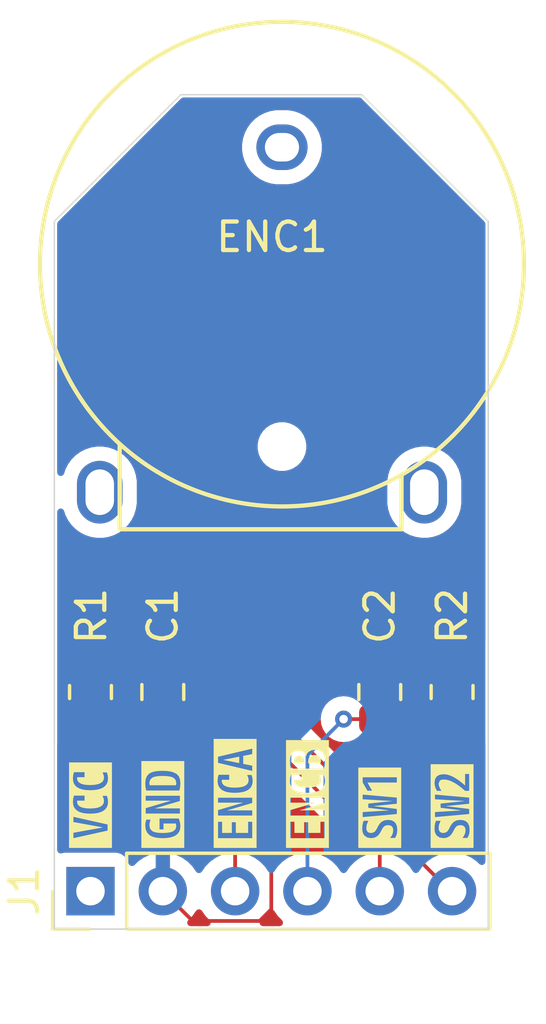
<source format=kicad_pcb>
(kicad_pcb (version 20240108) (generator "pcbnew") (generator_version "8.0")
  (layers (0 "F.Cu" signal) (31 "B.Cu" signal) (34 "B.Paste" user) (35 "F.Paste" user) (36 "B.SilkS" user "B.Silkscreen") (37 "F.SilkS" user "F.Silkscreen") (38 "B.Mask" user) (39 "F.Mask" user) (44 "Edge.Cuts" user))
  (net 0 "")
  (net 1 "GND")
  (net 2 "ENC_A")
  (net 3 "ENC_B")
  (net 4 "SW1")
  (net 5 "SW2")
  (net 6 "+3.3V")
  (footprint "Capacitor_SMD:C_0805_2012Metric" (layer "F.Cu") (at 82.55 62.23 90)
    (property "Reference" "C1" (at 2.667 0 90) (layer "F.SilkS"))
    (property "Value" "100n")
    (fp_line (start -0.261252 -0.735) (end 0.261252 -0.735) (stroke (width 0.12)) (layer "F.SilkS"))
    (fp_line (start -0.261252 0.735) (end 0.261252 0.735) (stroke (width 0.12)) (layer "F.SilkS"))
    (pad "1" smd roundrect (at -0.95 0 90) (size 1 1.45) (layers "F.Cu" "F.Paste" "F.Mask") (net 2 "ENC_A"))
    (pad "2" smd roundrect (at 0.95 0 90) (size 1 1.45) (layers "F.Cu" "F.Paste" "F.Mask") (net 1 "GND"))
  )
  (footprint "Capacitor_SMD:C_0805_2012Metric" (layer "F.Cu") (at 90.17 62.23 -90)
    (property "Reference" "C2" (at -2.667 0 -90) (layer "F.SilkS"))
    (property "Value" "100n")
    (fp_line (start -0.261252 0.735) (end 0.261252 0.735) (stroke (width 0.12)) (layer "F.SilkS"))
    (fp_line (start -0.261252 -0.735) (end 0.261252 -0.735) (stroke (width 0.12)) (layer "F.SilkS"))
    (pad "1" smd roundrect (at -0.95 0 270) (size 1 1.45) (layers "F.Cu" "F.Paste" "F.Mask") (net 1 "GND"))
    (pad "2" smd roundrect (at 0.95 0 270) (size 1 1.45) (layers "F.Cu" "F.Paste" "F.Mask") (net 3 "ENC_B"))
  )
  (footprint "kibuzzard-66AE0B98" (layer "F.Cu") (at 85.09 65.786 90)
    (property "Reference" "kibuzzard-66AE0B98" (hide yes))
    (property "Value" "G***" (hide yes))
    (fp_poly (pts (xy 1.063562 0.144658) (xy 1.288767 0.144658) (xy 1.176986 -0.419178) (xy 1.175342 -0.419178) (xy 1.063562 0.144658)) (fill solid) (layer "F.SilkS"))
    (fp_poly (pts (xy -1.569863 -0.753425) (xy -1.912329 -0.753425) (xy -1.912329 0.753425) (xy -1.569863 0.753425) (xy -0.994521 0.753425) (xy -0.994521 0.6) (xy -1.569863 0.6) (xy -1.569863 -0.6) (xy -0.994521 -0.6) (xy -0.994521 -0.456986) (xy -1.385753 -0.456986) (xy -1.385753 -0.115068) (xy -1.010959 -0.115068) (xy -1.010959 0.024658) (xy -1.385753 0.024658) (xy -1.385753 0.456986) (xy -0.994521 0.456986) (xy -0.994521 0.6) (xy -0.994521 0.753425) (xy -0.77589 0.753425) (xy -0.77589 0.6) (xy -0.77589 -0.6) (xy -0.585205 -0.6) (xy -0.328767 0.271233) (xy -0.323836 0.271233) (xy -0.323836 -0.6) (xy -0.151233 -0.6) (xy -0.151233 0.6) (xy -0.335342 0.6) (xy -0.591781 -0.271233) (xy -0.595068 -0.271233) (xy -0.595068 0.6) (xy -0.77589 0.6) (xy -0.77589 0.753425) (xy 0.43726 0.753425) (xy 0.43726 0.616438) (xy 0.339786 0.60655) (xy 0.255308 0.576884) (xy 0.183827 0.52744) (xy 0.125342 0.458219) (xy 0.079854 0.369221) (xy 0.047363 0.260445) (xy 0.027868 0.131892) (xy 0.02137 -0.016438) (xy 0.027791 -0.157063) (xy 0.047055 -0.278938) (xy 0.079161 -0.382063) (xy 0.12411 -0.466438) (xy 0.181901 -0.532063) (xy 0.252534 -0.578938) (xy 0.33601 -0.607063) (xy 0.432329 -0.616438) (xy 0.549452 -0.607397) (xy 0.654247 -0.580274) (xy 0.654247 -0.208767) (xy 0.478356 -0.208767) (xy 0.478356 -0.465205) (xy 0.440548 -0.471781) (xy 0.367717 -0.459132) (xy 0.308128 -0.421187) (xy 0.261781 -0.357945) (xy 0.228676 -0.269406) (xy 0.208813 -0.155571) (xy 0.202192 -0.016438) (xy 0.209498 0.133744) (xy 0.231416 0.256621) (xy 0.267945 0.352192) (xy 0.319087 0.420457) (xy 0.38484 0.461416) (xy 0.465205 0.475068) (xy 0.552329 0.462329) (xy 0.646027 0.42411) (xy 0.646027 0.575342) (xy 0.546986 0.606164) (xy 0.43726 0.616438) (xy 0.43726 0.753425) (xy 0.789041 0.753425) (xy 0.789041 0.6) (xy 1.071781 -0.6) (xy 1.285479 -0.6) (xy 1.569863 0.6) (xy 1.379178 0.6) (xy 1.316712 0.284384) (xy 1.035616 0.284384) (xy 0.973151 0.6) (xy 0.789041 0.6) (xy 0.789041 0.753425) (xy 1.569863 0.753425) (xy 1.912329 0.753425) (xy 1.912329 -0.753425) (xy 1.569863 -0.753425) (xy -1.569863 -0.753425)) (fill solid) (layer "F.SilkS"))
  )
  (footprint "Resistor_SMD:R_0805_2012Metric" (layer "F.Cu") (at 80.01 62.23 90)
    (property "Reference" "R1" (at 2.667 0.03 90) (layer "F.SilkS"))
    (property "Value" "10k")
    (fp_line (start -0.227064 -0.735) (end 0.227064 -0.735) (stroke (width 0.12)) (layer "F.SilkS"))
    (fp_line (start -0.227064 0.735) (end 0.227064 0.735) (stroke (width 0.12)) (layer "F.SilkS"))
    (pad "1" smd roundrect (at -0.9125 0 90) (size 1.025 1.4) (layers "F.Cu" "F.Paste" "F.Mask") (roundrect_rratio 0.243902) (net 2 "ENC_A"))
    (pad "2" smd roundrect (at 0.9125 0 90) (size 1.025 1.4) (layers "F.Cu" "F.Paste" "F.Mask") (roundrect_rratio 0.243902) (net 6 "+3.3V"))
  )
  (footprint "kibuzzard-66AE0BAD" (layer "F.Cu") (at 90.17 66.288192 90)
    (property "Reference" "kibuzzard-66AE0BAD" (hide yes))
    (property "Value" "G***" (hide yes))
    (fp_poly (pts (xy -1.067671 -0.753425) (xy -1.410137 -0.753425) (xy -1.410137 0.753425) (xy -1.067671 0.753425) (xy -0.78 0.753425) (xy -0.78 0.616438) (xy -0.881918 0.607671) (xy -0.975068 0.58137) (xy -1.059452 0.537534) (xy -1.059452 0.366575) (xy -0.972694 0.425936) (xy -0.881187 0.461553) (xy -0.784932 0.473425) (xy -0.711781 0.462123) (xy -0.656712 0.428219) (xy -0.622192 0.372534) (xy -0.610685 0.29589) (xy -0.619521 0.22274) (xy -0.646027 0.164384) (xy -0.693082 0.116301) (xy -0.763562 0.073973) (xy -0.864292 0.02137) (xy -0.942922 -0.033425) (xy -0.999452 -0.090411) (xy -1.050616 -0.187397) (xy -1.067671 -0.30411) (xy -1.046096 -0.435616) (xy -0.98137 -0.534247) (xy -0.915708 -0.579909) (xy -0.83379 -0.607306) (xy -0.735616 -0.616438) (xy -0.639909 -0.610959) (xy -0.547854 -0.594521) (xy -0.459452 -0.567123) (xy -0.459452 -0.40274) (xy -0.586438 -0.455753) (xy -0.714247 -0.473425) (xy -0.786164 -0.46274) (xy -0.840822 -0.430685) (xy -0.875342 -0.379726) (xy -0.886849 -0.312329) (xy -0.872237 -0.228858) (xy -0.828402 -0.162557) (xy -0.755342 -0.113425) (xy -0.643379 -0.056986) (xy -0.557352 0.000548) (xy -0.49726 0.059178) (xy -0.444247 0.160685) (xy -0.426575 0.287671) (xy -0.440712 0.406027) (xy -0.483123 0.498082) (xy -0.553808 0.563836) (xy -0.652767 0.603288) (xy -0.78 0.616438) (xy -0.78 0.753425) (xy 0.354247 0.753425) (xy 0.354247 0.6) (xy 0.140548 0.6) (xy 0.058356 -0.205479) (xy 0.053425 -0.205479) (xy -0.043562 0.6) (xy -0.221096 0.6) (xy -0.327945 -0.6) (xy -0.152055 -0.6) (xy -0.094521 0.312329) (xy -0.091233 0.312329) (xy -0.000822 -0.40274) (xy 0.145479 -0.40274) (xy 0.232603 0.427397) (xy 0.23589 0.427397) (xy 0.296712 -0.6) (xy 0.461096 -0.6) (xy 0.354247 0.6) (xy 0.354247 0.753425) (xy 0.883562 0.753425) (xy 0.883562 0.6) (xy 0.883562 -0.427397) (xy 0.880274 -0.429041) (xy 0.597534 -0.271233) (xy 0.597534 -0.432329) (xy 0.885205 -0.6) (xy 1.067671 -0.6) (xy 1.067671 0.6) (xy 0.883562 0.6) (xy 0.883562 0.753425) (xy 1.067671 0.753425) (xy 1.410137 0.753425) (xy 1.410137 -0.753425) (xy 1.067671 -0.753425) (xy -1.067671 -0.753425)) (fill solid) (layer "F.SilkS"))
  )
  (footprint "kibuzzard-66AE0B80" (layer "F.Cu") (at 82.55 66.174767 90)
    (property "Reference" "kibuzzard-66AE0B80" (hide yes))
    (property "Value" "G***" (hide yes))
    (fp_poly (pts (xy 0.748767 -0.473425) (xy 0.674795 -0.45863) (xy 0.674795 0.460274) (xy 0.748767 0.475068) (xy 0.86363 0.448767) (xy 0.941918 0.369863) (xy 0.975251 0.280183) (xy 0.995251 0.151416) (xy 1.001918 -0.016438) (xy 0.99516 -0.168402) (xy 0.974886 -0.286758) (xy 0.941096 -0.371507) (xy 0.862603 -0.447945) (xy 0.748767 -0.473425)) (fill solid) (layer "F.SilkS"))
    (fp_poly (pts (xy -1.181096 -0.753425) (xy -1.523562 -0.753425) (xy -1.523562 0.753425) (xy -1.181096 0.753425) (xy -0.770137 0.753425) (xy -0.770137 0.616438) (xy -0.866455 0.606678) (xy -0.949932 0.577397) (xy -1.020565 0.528596) (xy -1.078356 0.460274) (xy -1.123305 0.372432) (xy -1.155411 0.265068) (xy -1.174675 0.138185) (xy -1.181096 -0.008219) (xy -1.174161 -0.155445) (xy -1.153356 -0.281507) (xy -1.118682 -0.386404) (xy -1.070137 -0.470137) (xy -0.983836 -0.551416) (xy -0.872877 -0.600183) (xy -0.73726 -0.616438) (xy -0.632466 -0.607397) (xy -0.531781 -0.580274) (xy -0.531781 -0.432329) (xy -0.636575 -0.461918) (xy -0.73726 -0.471781) (xy -0.854384 -0.445685) (xy -0.936164 -0.367397) (xy -0.971781 -0.281096) (xy -0.993151 -0.16137) (xy -1.000274 -0.008219) (xy -0.993516 0.148493) (xy -0.973242 0.272329) (xy -0.939452 0.363288) (xy -0.865479 0.447123) (xy -0.765205 0.475068) (xy -0.666575 0.455342) (xy -0.666575 0.024658) (xy -0.873699 0.024658) (xy -0.873699 -0.115068) (xy -0.490685 -0.115068) (xy -0.490685 0.558904) (xy -0.578721 0.590868) (xy -0.671872 0.610046) (xy -0.770137 0.616438) (xy -0.770137 0.753425) (xy -0.318082 0.753425) (xy -0.318082 0.6) (xy -0.318082 -0.6) (xy -0.127397 -0.6) (xy 0.129041 0.271233) (xy 0.133973 0.271233) (xy 0.133973 -0.6) (xy 0.306575 -0.6) (xy 0.306575 0.6) (xy 0.122466 0.6) (xy -0.133973 -0.271233) (xy -0.13726 -0.271233) (xy -0.13726 0.6) (xy -0.318082 0.6) (xy -0.318082 0.753425) (xy 0.748767 0.753425) (xy 0.748767 0.616438) (xy 0.614384 0.608219) (xy 0.490685 0.583562) (xy 0.490685 -0.583562) (xy 0.619315 -0.608219) (xy 0.748767 -0.616438) (xy 0.887854 -0.601553) (xy 0.998265 -0.556895) (xy 1.08 -0.482466) (xy 1.124229 -0.403099) (xy 1.155822 -0.298973) (xy 1.174777 -0.170086) (xy 1.181096 -0.016438) (xy 1.175708 0.13242) (xy 1.159543 0.258995) (xy 1.132603 0.363288) (xy 1.073219 0.48226) (xy 0.992055 0.559726) (xy 0.885205 0.60226) (xy 0.748767 0.616438) (xy 0.748767 0.753425) (xy 1.181096 0.753425) (xy 1.523562 0.753425) (xy 1.523562 -0.753425) (xy 1.181096 -0.753425) (xy -1.181096 -0.753425)) (fill solid) (layer "F.SilkS"))
  )
  (footprint "kibuzzard-66AE0BA5" (layer "F.Cu") (at 87.63 65.806548 90)
    (property "Reference" "kibuzzard-66AE0BA5" (hide yes))
    (property "Value" "G***" (hide yes))
    (fp_poly (pts (xy 1.07589 -0.115068) (xy 1.123562 -0.115068) (xy 1.220548 -0.12637) (xy 1.287945 -0.160274) (xy 1.327397 -0.219247) (xy 1.340548 -0.305753) (xy 1.320274 -0.399817) (xy 1.259452 -0.456256) (xy 1.158082 -0.475068) (xy 1.07589 -0.461918) (xy 1.07589 -0.115068)) (fill solid) (layer "F.SilkS"))
    (fp_poly (pts (xy 1.370137 0.251507) (xy 1.356575 0.149178) (xy 1.31589 0.078904) (xy 1.246027 0.038219) (xy 1.144932 0.024658) (xy 1.07589 0.024658) (xy 1.07589 0.461918) (xy 1.167945 0.475068) (xy 1.256918 0.461712) (xy 1.32 0.421644) (xy 1.357603 0.352397) (xy 1.370137 0.251507)) (fill solid) (layer "F.SilkS"))
    (fp_poly (pts (xy -1.549315 -0.753425) (xy -1.891781 -0.753425) (xy -1.891781 0.753425) (xy -1.549315 0.753425) (xy -0.973973 0.753425) (xy -0.973973 0.6) (xy -1.549315 0.6) (xy -1.549315 -0.6) (xy -0.973973 -0.6) (xy -0.973973 -0.456986) (xy -1.365205 -0.456986) (xy -1.365205 -0.115068) (xy -0.990411 -0.115068) (xy -0.990411 0.024658) (xy -1.365205 0.024658) (xy -1.365205 0.456986) (xy -0.973973 0.456986) (xy -0.973973 0.6) (xy -0.973973 0.753425) (xy -0.755342 0.753425) (xy -0.755342 0.6) (xy -0.755342 -0.6) (xy -0.564658 -0.6) (xy -0.308219 0.271233) (xy -0.303288 0.271233) (xy -0.303288 -0.6) (xy -0.130685 -0.6) (xy -0.130685 0.6) (xy -0.314795 0.6) (xy -0.571233 -0.271233) (xy -0.574521 -0.271233) (xy -0.574521 0.6) (xy -0.755342 0.6) (xy -0.755342 0.753425) (xy 0.457808 0.753425) (xy 0.457808 0.616438) (xy 0.360334 0.60655) (xy 0.275856 0.576884) (xy 0.204375 0.52744) (xy 0.14589 0.458219) (xy 0.100402 0.369221) (xy 0.067911 0.260445) (xy 0.048416 0.131892) (xy 0.041918 -0.016438) (xy 0.048339 -0.157063) (xy 0.067603 -0.278938) (xy 0.099709 -0.382063) (xy 0.144658 -0.466438) (xy 0.202449 -0.532063) (xy 0.273082 -0.578938) (xy 0.356558 -0.607063) (xy 0.452877 -0.616438) (xy 0.57 -0.607397) (xy 0.674795 -0.580274) (xy 0.674795 -0.208767) (xy 0.498904 -0.208767) (xy 0.498904 -0.465205) (xy 0.461096 -0.471781) (xy 0.388265 -0.459132) (xy 0.328676 -0.421187) (xy 0.282329 -0.357945) (xy 0.249224 -0.269406) (xy 0.229361 -0.155571) (xy 0.22274 -0.016438) (xy 0.230046 0.133744) (xy 0.251963 0.256621) (xy 0.288493 0.352192) (xy 0.339635 0.420457) (xy 0.405388 0.461416) (xy 0.485753 0.475068) (xy 0.572877 0.462329) (xy 0.666575 0.42411) (xy 0.666575 0.575342) (xy 0.567534 0.606164) (xy 0.457808 0.616438) (xy 0.457808 0.753425) (xy 1.167945 0.753425) (xy 1.167945 0.616438) (xy 1.074429 0.612785) (xy 0.982374 0.601826) (xy 0.891781 0.583562) (xy 0.891781 -0.583562) (xy 1.022466 -0.608219) (xy 1.158082 -0.616438) (xy 1.28709 -0.604471) (xy 1.38743 -0.56857) (xy 1.459101 -0.508734) (xy 1.502104 -0.424964) (xy 1.516438 -0.31726) (xy 1.503493 -0.224384) (xy 1.464658 -0.146301) (xy 1.404452 -0.087945) (xy 1.327397 -0.054247) (xy 1.327397 -0.052603) (xy 1.414726 -0.017671) (xy 1.486027 0.050959) (xy 1.533493 0.144658) (xy 1.549315 0.254795) (xy 1.538721 0.365297) (xy 1.506941 0.455708) (xy 1.453973 0.526027) (xy 1.379817 0.576256) (xy 1.284475 0.606393) (xy 1.167945 0.616438) (xy 1.167945 0.753425) (xy 1.549315 0.753425) (xy 1.891781 0.753425) (xy 1.891781 -0.753425) (xy 1.549315 -0.753425) (xy -1.549315 -0.753425)) (fill solid) (layer "F.SilkS"))
  )
  (footprint "kibuzzard-66AE0B89" (layer "F.Cu") (at 80.01 66.198603 90)
    (property "Reference" "kibuzzard-66AE0B89" (hide yes))
    (property "Value" "G***" (hide yes))
    (fp_poly (pts (xy -1.15726 -0.753425) (xy -1.499726 -0.753425) (xy -1.499726 0.753425) (xy -1.15726 0.753425) (xy -0.67726 0.753425) (xy -0.67726 0.6) (xy -0.890959 0.6) (xy -1.15726 -0.6) (xy -0.968219 -0.6) (xy -0.780822 0.435616) (xy -0.779178 0.435616) (xy -0.591781 -0.6) (xy -0.409315 -0.6) (xy -0.67726 0.6) (xy -0.67726 0.753425) (xy 0.118356 0.753425) (xy 0.118356 0.616438) (xy 0.020882 0.60655) (xy -0.063596 0.576884) (xy -0.135077 0.52744) (xy -0.193562 0.458219) (xy -0.23905 0.369221) (xy -0.271541 0.260445) (xy -0.291036 0.131892) (xy -0.297534 -0.016438) (xy -0.291113 -0.157063) (xy -0.271849 -0.278938) (xy -0.239743 -0.382063) (xy -0.194795 -0.466438) (xy -0.137003 -0.532063) (xy -0.06637 -0.578938) (xy 0.017106 -0.607063) (xy 0.113425 -0.616438) (xy 0.230548 -0.607397) (xy 0.335342 -0.580274) (xy 0.335342 -0.208767) (xy 0.159452 -0.208767) (xy 0.159452 -0.465205) (xy 0.121644 -0.471781) (xy 0.048813 -0.459132) (xy -0.010776 -0.421187) (xy -0.057123 -0.357945) (xy -0.090228 -0.269406) (xy -0.110091 -0.155571) (xy -0.116712 -0.016438) (xy -0.109406 0.133744) (xy -0.087489 0.256621) (xy -0.050959 0.352192) (xy 0.000183 0.420457) (xy 0.065936 0.461416) (xy 0.146301 0.475068) (xy 0.233425 0.462329) (xy 0.327123 0.42411) (xy 0.327123 0.575342) (xy 0.228082 0.606164) (xy 0.118356 0.616438) (xy 0.118356 0.753425) (xy 0.940274 0.753425) (xy 0.940274 0.616438) (xy 0.8428 0.60655) (xy 0.758322 0.576884) (xy 0.686841 0.52744) (xy 0.628356 0.458219) (xy 0.582868 0.369221) (xy 0.550377 0.260445) (xy 0.530882 0.131892) (xy 0.524384 -0.016438) (xy 0.530805 -0.157063) (xy 0.550068 -0.278938) (xy 0.582175 -0.382063) (xy 0.627123 -0.466438) (xy 0.684914 -0.532063) (xy 0.755548 -0.578938) (xy 0.839024 -0.607063) (xy 0.935342 -0.616438) (xy 1.052466 -0.607397) (xy 1.15726 -0.580274) (xy 1.15726 -0.208767) (xy 0.98137 -0.208767) (xy 0.98137 -0.465205) (xy 0.943562 -0.471781) (xy 0.870731 -0.459132) (xy 0.811142 -0.421187) (xy 0.764795 -0.357945) (xy 0.731689 -0.269406) (xy 0.711826 -0.155571) (xy 0.705205 -0.016438) (xy 0.712511 0.133744) (xy 0.734429 0.256621) (xy 0.770959 0.352192) (xy 0.8221 0.420457) (xy 0.887854 0.461416) (xy 0.968219 0.475068) (xy 1.055342 0.462329) (xy 1.149041 0.42411) (xy 1.149041 0.575342) (xy 1.05 0.606164) (xy 0.940274 0.616438) (xy 0.940274 0.753425) (xy 1.15726 0.753425) (xy 1.499726 0.753425) (xy 1.499726 -0.753425) (xy 1.15726 -0.753425) (xy -1.15726 -0.753425)) (fill solid) (layer "F.SilkS"))
  )
  (footprint "project-lib:Encoder_EVQWKL001" (layer "F.Cu") (at 86.735 53.62)
    (property "Reference" "ENC1" (at -0.35 -7.35 0) (layer "F.SilkS"))
    (property "Value" "EC11N")
    (fp_line (start -5.7 -0.08) (end -5.7 2.9) (stroke (width 0.15)) (layer "F.SilkS"))
    (fp_line (start -5.7 2.9) (end 4.2 2.9) (stroke (width 0.15)) (layer "F.SilkS"))
    (fp_line (start 4.2 2.9) (end 4.2 0.99) (stroke (width 0.15)) (layer "F.SilkS"))
    (fp_circle (center 0 -6.4) (end 8.5 -6.4) (stroke (width 0.15)) (fill none) (layer "F.SilkS"))
    (pad "" np_thru_hole circle (at 0 0) (size 1.2 1.2) (drill 1.2) (layers "F&B.Cu"))
    (pad "A" smd rect (at -5.25 3.8) (size 0.8 1.6) (layers "F.Cu" "F.Paste" "F.Mask") (net 2 "ENC_A"))
    (pad "B" smd rect (at 3.5 3.8) (size 0.8 1.6) (layers "F.Cu" "F.Paste" "F.Mask") (net 3 "ENC_B"))
    (pad "C" smd rect (at -3.5 3.8) (size 0.8 1.6) (layers "F.Cu" "F.Paste" "F.Mask") (net 1 "GND"))
    (pad "GND" thru_hole oval (at -6.4 1.6) (size 1.6 2.2) (drill oval 1 1.6) (layers "*.Cu" "*.Mask"))
    (pad "GND" thru_hole oval (at 0 -10.5) (size 1.8 1.6) (drill oval 1.2 1) (layers "*.Cu" "*.Mask"))
    (pad "GND" thru_hole oval (at 5 1.6) (size 1.6 2.2) (drill oval 1 1.6) (layers "*.Cu" "*.Mask"))
    (pad "S1" smd rect (at -1.75 3.8) (size 0.8 1.6) (layers "F.Cu" "F.Paste" "F.Mask") (net 4 "SW1"))
    (pad "S1" smd rect (at 1.75 3.8) (size 0.8 1.6) (layers "F.Cu" "F.Paste" "F.Mask") (net 4 "SW1"))
    (pad "S2" smd rect (at 0 3.8) (size 0.8 1.6) (layers "F.Cu" "F.Paste" "F.Mask") (net 5 "SW2"))
  )
  (footprint "Connector_PinHeader_2.54mm:PinHeader_1x06_P2.54mm_Vertical" (layer "F.Cu") (at 80.01 69.215 90)
    (property "Reference" "J1" (at 0 -2.33 90) (layer "F.SilkS"))
    (property "Value" "Conn_01x06")
    (fp_line (start -1.33 -1.33) (end 0 -1.33) (stroke (width 0.12)) (layer "F.SilkS"))
    (fp_line (start -1.33 0) (end -1.33 -1.33) (stroke (width 0.12)) (layer "F.SilkS"))
    (fp_line (start 1.33 1.27) (end 1.33 14.03) (stroke (width 0.12)) (layer "F.SilkS"))
    (fp_line (start -1.33 1.27) (end 1.33 1.27) (stroke (width 0.12)) (layer "F.SilkS"))
    (fp_line (start -1.33 1.27) (end -1.33 14.03) (stroke (width 0.12)) (layer "F.SilkS"))
    (fp_line (start -1.33 14.03) (end 1.33 14.03) (stroke (width 0.12)) (layer "F.SilkS"))
    (pad "1" thru_hole rect (at 0 0 90) (size 1.7 1.7) (drill 1) (layers "*.Cu" "*.Mask") (net 6 "+3.3V"))
    (pad "2" thru_hole oval (at 0 2.54 90) (size 1.7 1.7) (drill 1) (layers "*.Cu" "*.Mask") (net 1 "GND"))
    (pad "3" thru_hole oval (at 0 5.08 90) (size 1.7 1.7) (drill 1) (layers "*.Cu" "*.Mask") (net 2 "ENC_A"))
    (pad "4" thru_hole oval (at 0 7.62 90) (size 1.7 1.7) (drill 1) (layers "*.Cu" "*.Mask") (net 3 "ENC_B"))
    (pad "5" thru_hole oval (at 0 10.16 90) (size 1.7 1.7) (drill 1) (layers "*.Cu" "*.Mask") (net 4 "SW1"))
    (pad "6" thru_hole oval (at 0 12.7 90) (size 1.7 1.7) (drill 1) (layers "*.Cu" "*.Mask") (net 5 "SW2"))
  )
  (footprint "Resistor_SMD:R_0805_2012Metric" (layer "F.Cu") (at 92.71 62.23 90)
    (property "Reference" "R2" (at 2.667 0 90) (layer "F.SilkS"))
    (property "Value" "10k")
    (fp_line (start -0.227064 -0.735) (end 0.227064 -0.735) (stroke (width 0.12)) (layer "F.SilkS"))
    (fp_line (start -0.227064 0.735) (end 0.227064 0.735) (stroke (width 0.12)) (layer "F.SilkS"))
    (pad "1" smd roundrect (at -0.9125 0 90) (size 1.025 1.4) (layers "F.Cu" "F.Paste" "F.Mask") (roundrect_rratio 0.243902) (net 3 "ENC_B"))
    (pad "2" smd roundrect (at 0.9125 0 90) (size 1.025 1.4) (layers "F.Cu" "F.Paste" "F.Mask") (roundrect_rratio 0.243902) (net 6 "+3.3V"))
  )
  (footprint "kibuzzard-66AE0BB5" (layer "F.Cu") (at 92.71 66.229836 90)
    (property "Reference" "kibuzzard-66AE0BB5" (hide yes))
    (property "Value" "G***" (hide yes))
    (fp_poly (pts (xy -1.126027 -0.753425) (xy -1.468493 -0.753425) (xy -1.468493 0.753425) (xy -1.126027 0.753425) (xy -0.838356 0.753425) (xy -0.838356 0.616438) (xy -0.940274 0.607671) (xy -1.033425 0.58137) (xy -1.117808 0.537534) (xy -1.117808 0.366575) (xy -1.03105 0.425936) (xy -0.939543 0.461553) (xy -0.843288 0.473425) (xy -0.770137 0.462123) (xy -0.715068 0.428219) (xy -0.680548 0.372534) (xy -0.669041 0.29589) (xy -0.677877 0.22274) (xy -0.704384 0.164384) (xy -0.751438 0.116301) (xy -0.821918 0.073973) (xy -0.922648 0.02137) (xy -1.001279 -0.033425) (xy -1.057808 -0.090411) (xy -1.108973 -0.187397) (xy -1.126027 -0.30411) (xy -1.104452 -0.435616) (xy -1.039726 -0.534247) (xy -0.974064 -0.579909) (xy -0.892146 -0.607306) (xy -0.793973 -0.616438) (xy -0.698265 -0.610959) (xy -0.60621 -0.594521) (xy -0.517808 -0.567123) (xy -0.517808 -0.40274) (xy -0.644795 -0.455753) (xy -0.772603 -0.473425) (xy -0.844521 -0.46274) (xy -0.899178 -0.430685) (xy -0.933699 -0.379726) (xy -0.945205 -0.312329) (xy -0.930594 -0.228858) (xy -0.886758 -0.162557) (xy -0.813699 -0.113425) (xy -0.701735 -0.056986) (xy -0.615708 0.000548) (xy -0.555616 0.059178) (xy -0.502603 0.160685) (xy -0.484932 0.287671) (xy -0.499068 0.406027) (xy -0.541479 0.498082) (xy -0.612164 0.563836) (xy -0.711123 0.603288) (xy -0.838356 0.616438) (xy -0.838356 0.753425) (xy 0.29589 0.753425) (xy 0.29589 0.6) (xy 0.082192 0.6) (xy 0 -0.205479) (xy -0.004932 -0.205479) (xy -0.101918 0.6) (xy -0.279452 0.6) (xy -0.386301 -0.6) (xy -0.210411 -0.6) (xy -0.152877 0.312329) (xy -0.149589 0.312329) (xy -0.059178 -0.40274) (xy 0.087123 -0.40274) (xy 0.174247 0.427397) (xy 0.177534 0.427397) (xy 0.238356 -0.6) (xy 0.40274 -0.6) (xy 0.29589 0.6) (xy 0.29589 0.753425) (xy 1.126027 0.753425) (xy 1.126027 0.6) (xy 0.534247 0.6) (xy 0.534247 0.456986) (xy 0.639788 0.334302) (xy 0.729091 0.217053) (xy 0.802158 0.105239) (xy 0.858988 -0.001141) (xy 0.899581 -0.102086) (xy 0.923936 -0.197596) (xy 0.932055 -0.287671) (xy 0.923219 -0.371507) (xy 0.896712 -0.429041) (xy 0.789041 -0.473425) (xy 0.711781 -0.462648) (xy 0.626849 -0.43032) (xy 0.534247 -0.376438) (xy 0.534247 -0.530959) (xy 0.625205 -0.578447) (xy 0.72274 -0.606941) (xy 0.826849 -0.616438) (xy 0.951575 -0.596096) (xy 1.043014 -0.535068) (xy 1.09911 -0.434589) (xy 1.117808 -0.29589) (xy 1.107489 -0.191781) (xy 1.07653 -0.081096) (xy 1.024932 0.036164) (xy 0.971353 0.130068) (xy 0.903493 0.230959) (xy 0.821353 0.338836) (xy 0.724932 0.453699) (xy 0.724932 0.456986) (xy 1.126027 0.456986) (xy 1.126027 0.6) (xy 1.126027 0.753425) (xy 1.468493 0.753425) (xy 1.468493 -0.753425) (xy 1.126027 -0.753425) (xy -1.126027 -0.753425)) (fill solid) (layer "F.SilkS"))
  )
  (gr_line (start 78.74 70.545) (end 93.98 70.545) (stroke (width 0.05)) (layer "Edge.Cuts"))
  (gr_line (start 93.98 70.545) (end 93.98 45.72) (stroke (width 0.05)) (layer "Edge.Cuts"))
  (gr_line (start 78.74 70.545) (end 78.74 45.72) (stroke (width 0.05)) (layer "Edge.Cuts"))
  (gr_line (start 89.535 41.275) (end 83.185 41.275) (stroke (width 0.05)) (layer "Edge.Cuts"))
  (gr_line (start 93.98 45.72) (end 89.535 41.275) (stroke (width 0.05)) (layer "Edge.Cuts"))
  (gr_line (start 78.74 45.72) (end 83.185 41.275) (stroke (width 0.05)) (layer "Edge.Cuts"))
  (segment (start 85.95 70.26) (end 86.36 69.85) (width 0.13) (layer "F.Cu") (net 1))
  (segment (start 83.595 70.26) (end 85.95 70.26) (width 0.13) (layer "F.Cu") (net 1))
  (segment (start 82.55 69.215) (end 83.595 70.26) (width 0.13) (layer "F.Cu") (net 1))
  (segment (start 86.36 69.85) (end 86.36 67.31) (width 0.13) (layer "F.Cu") (net 1))
  (segment (start 82.5125 63.1425) (end 82.55 63.18) (width 0.13) (layer "F.Cu") (net 2))
  (segment (start 82.55 63.18) (end 81.485 62.115) (width 0.13) (layer "F.Cu") (net 2))
  (segment (start 85.09 65.72) (end 82.55 63.18) (width 0.13) (layer "F.Cu") (net 2))
  (segment (start 80.01 63.1425) (end 82.5125 63.1425) (width 0.13) (layer "F.Cu") (net 2))
  (segment (start 81.485 62.115) (end 81.485 57.42) (width 0.13) (layer "F.Cu") (net 2))
  (segment (start 85.09 69.215) (end 85.09 65.72) (width 0.13) (layer "F.Cu") (net 2))
  (segment (start 91.09 62.26) (end 91.09 58.275) (width 0.13) (layer "F.Cu") (net 3))
  (segment (start 88.9 63.18) (end 90.17 63.18) (width 0.13) (layer "F.Cu") (net 3))
  (segment (start 91.09 58.275) (end 90.235 57.42) (width 0.13) (layer "F.Cu") (net 3))
  (segment (start 90.17 63.18) (end 91.09 62.26) (width 0.13) (layer "F.Cu") (net 3))
  (segment (start 92.71 63.1425) (end 90.2075 63.1425) (width 0.13) (layer "F.Cu") (net 3))
  (segment (start 90.2075 63.1425) (end 90.17 63.18) (width 0.13) (layer "F.Cu") (net 3))
  (via (at 88.9 63.18) (size 0.6) (drill 0.3) (layers "F.Cu" "B.Cu") (net 3))
  (segment (start 87.63 64.45) (end 88.9 63.18) (width 0.13) (layer "B.Cu") (net 3))
  (segment (start 87.63 69.215) (end 87.63 64.45) (width 0.13) (layer "B.Cu") (net 3))
  (segment (start 87.49 56.425) (end 88.485 57.42) (width 0.13) (layer "F.Cu") (net 4))
  (segment (start 85.98 56.425) (end 87.49 56.425) (width 0.13) (layer "F.Cu") (net 4))
  (segment (start 90.17 67.879964) (end 84.985 62.694964) (width 0.13) (layer "F.Cu") (net 4))
  (segment (start 84.985 57.42) (end 85.98 56.425) (width 0.13) (layer "F.Cu") (net 4))
  (segment (start 90.17 69.215) (end 90.17 67.879964) (width 0.13) (layer "F.Cu") (net 4))
  (segment (start 84.985 62.694964) (end 84.985 57.42) (width 0.13) (layer "F.Cu") (net 4))
  (segment (start 92.71 69.215) (end 92.644964 69.215) (width 0.13) (layer "F.Cu") (net 5))
  (segment (start 92.644964 69.215) (end 86.735 63.305036) (width 0.13) (layer "F.Cu") (net 5))
  (segment (start 86.735 63.305036) (end 86.735 57.42) (width 0.13) (layer "F.Cu") (net 5))
  (zone (net 1) (net_name "GND") (layers "F&B.Cu") (connect_pads (clearance 0.5)) (min_thickness 0.25) (fill yes (thermal_gap 0.5) (thermal_bridge_width 0.5))
    (polygon (pts (xy 77.47 38.1) (xy 77.47 71.755) (xy 95.885 71.755) (xy 95.885 38.1)))
  )
)
</source>
